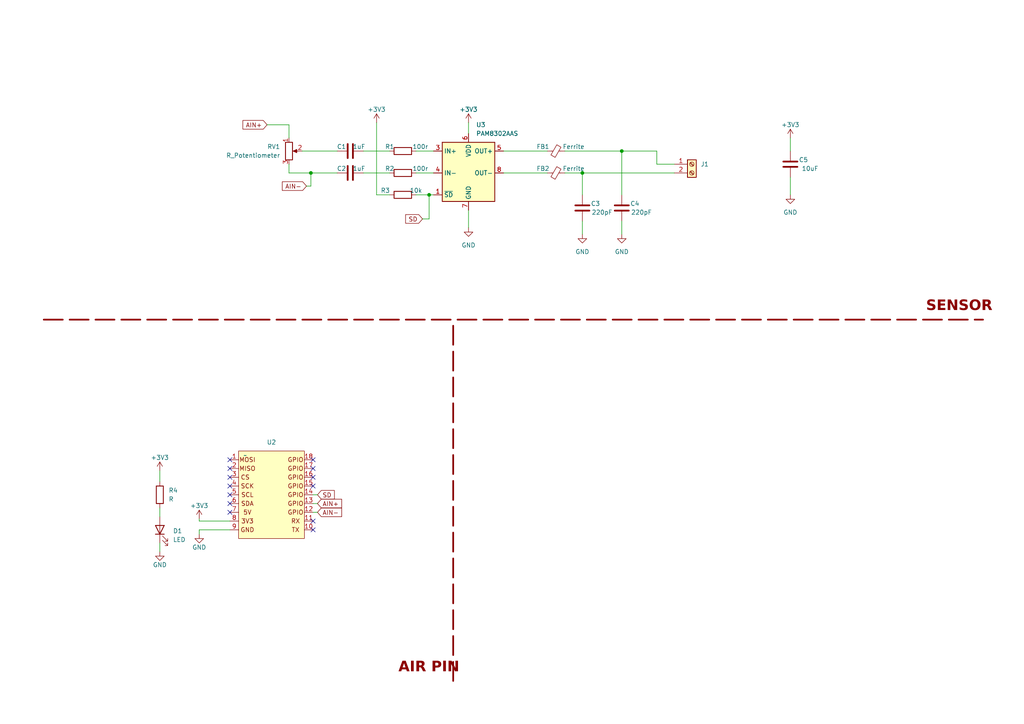
<source format=kicad_sch>
(kicad_sch (version 20230121) (generator eeschema)

  (uuid 33c64bc1-bc4a-4a7a-925d-e306a1dc53cc)

  (paper "A4")

  (lib_symbols
    (symbol "Amplifier_Audio:PAM8302AAS" (in_bom yes) (on_board yes)
      (property "Reference" "U3" (at 2.1941 12.7 0)
        (effects (font (size 1.27 1.27)) (justify left))
      )
      (property "Value" "PAM8302AAS" (at 2.1941 10.16 0)
        (effects (font (size 1.27 1.27)) (justify left))
      )
      (property "Footprint" "Package_SO:MSOP-8_3x3mm_P0.65mm" (at 0 -1.27 0)
        (effects (font (size 1.27 1.27)) hide)
      )
      (property "Datasheet" "https://www.diodes.com/assets/Datasheets/PAM8302A.pdf" (at 0 -1.27 0)
        (effects (font (size 1.27 1.27)) hide)
      )
      (property "ki_keywords" "audio amplifier class d" (at 0 0 0)
        (effects (font (size 1.27 1.27)) hide)
      )
      (property "ki_description" "2.5W Filterless Class-D Mono Audio Amplifier, MSOP-8" (at 0 0 0)
        (effects (font (size 1.27 1.27)) hide)
      )
      (property "ki_fp_filters" "MSOP*3x3mm*P0.65mm* SOIC*3.9x4.9mm*P1.27mm*" (at 0 0 0)
        (effects (font (size 1.27 1.27)) hide)
      )
      (symbol "PAM8302AAS_0_1"
        (rectangle (start -7.62 7.62) (end 7.62 -9.525)
          (stroke (width 0.254) (type default))
          (fill (type background))
        )
      )
      (symbol "PAM8302AAS_1_1"
        (pin input line (at -10.16 -7.62 0) (length 2.54)
          (name "~{SD}" (effects (font (size 1.27 1.27))))
          (number "1" (effects (font (size 1.27 1.27))))
        )
        (pin no_connect line (at 7.62 -5.08 180) (length 2.54) hide
          (name "NC" (effects (font (size 1.27 1.27))))
          (number "2" (effects (font (size 1.27 1.27))))
        )
        (pin input line (at -10.16 5.08 0) (length 2.54)
          (name "IN+" (effects (font (size 1.27 1.27))))
          (number "3" (effects (font (size 1.27 1.27))))
        )
        (pin input line (at -10.16 -1.27 0) (length 2.54)
          (name "IN-" (effects (font (size 1.27 1.27))))
          (number "4" (effects (font (size 1.27 1.27))))
        )
        (pin output line (at 10.16 5.08 180) (length 2.54)
          (name "OUT+" (effects (font (size 1.27 1.27))))
          (number "5" (effects (font (size 1.27 1.27))))
        )
        (pin power_in line (at 0 10.16 270) (length 2.54)
          (name "VDD" (effects (font (size 1.27 1.27))))
          (number "6" (effects (font (size 1.27 1.27))))
        )
        (pin power_in line (at 0 -12.065 90) (length 2.54)
          (name "GND" (effects (font (size 1.27 1.27))))
          (number "7" (effects (font (size 1.27 1.27))))
        )
        (pin output line (at 10.16 -1.27 180) (length 2.54)
          (name "OUT-" (effects (font (size 1.27 1.27))))
          (number "8" (effects (font (size 1.27 1.27))))
        )
      )
    )
    (symbol "Connector:Screw_Terminal_01x02" (pin_names (offset 1.016) hide) (in_bom yes) (on_board yes)
      (property "Reference" "J" (at 0 2.54 0)
        (effects (font (size 1.27 1.27)))
      )
      (property "Value" "Screw_Terminal_01x02" (at 0 -5.08 0)
        (effects (font (size 1.27 1.27)))
      )
      (property "Footprint" "" (at 0 0 0)
        (effects (font (size 1.27 1.27)) hide)
      )
      (property "Datasheet" "~" (at 0 0 0)
        (effects (font (size 1.27 1.27)) hide)
      )
      (property "ki_keywords" "screw terminal" (at 0 0 0)
        (effects (font (size 1.27 1.27)) hide)
      )
      (property "ki_description" "Generic screw terminal, single row, 01x02, script generated (kicad-library-utils/schlib/autogen/connector/)" (at 0 0 0)
        (effects (font (size 1.27 1.27)) hide)
      )
      (property "ki_fp_filters" "TerminalBlock*:*" (at 0 0 0)
        (effects (font (size 1.27 1.27)) hide)
      )
      (symbol "Screw_Terminal_01x02_1_1"
        (rectangle (start -1.27 1.27) (end 1.27 -3.81)
          (stroke (width 0.254) (type default))
          (fill (type background))
        )
        (circle (center 0 -2.54) (radius 0.635)
          (stroke (width 0.1524) (type default))
          (fill (type none))
        )
        (polyline
          (pts
            (xy -0.5334 -2.2098)
            (xy 0.3302 -3.048)
          )
          (stroke (width 0.1524) (type default))
          (fill (type none))
        )
        (polyline
          (pts
            (xy -0.5334 0.3302)
            (xy 0.3302 -0.508)
          )
          (stroke (width 0.1524) (type default))
          (fill (type none))
        )
        (polyline
          (pts
            (xy -0.3556 -2.032)
            (xy 0.508 -2.8702)
          )
          (stroke (width 0.1524) (type default))
          (fill (type none))
        )
        (polyline
          (pts
            (xy -0.3556 0.508)
            (xy 0.508 -0.3302)
          )
          (stroke (width 0.1524) (type default))
          (fill (type none))
        )
        (circle (center 0 0) (radius 0.635)
          (stroke (width 0.1524) (type default))
          (fill (type none))
        )
        (pin passive line (at -5.08 0 0) (length 3.81)
          (name "Pin_1" (effects (font (size 1.27 1.27))))
          (number "1" (effects (font (size 1.27 1.27))))
        )
        (pin passive line (at -5.08 -2.54 0) (length 3.81)
          (name "Pin_2" (effects (font (size 1.27 1.27))))
          (number "2" (effects (font (size 1.27 1.27))))
        )
      )
    )
    (symbol "Device:C" (pin_numbers hide) (pin_names (offset 0.254)) (in_bom yes) (on_board yes)
      (property "Reference" "C" (at 0.635 2.54 0)
        (effects (font (size 1.27 1.27)) (justify left))
      )
      (property "Value" "C" (at 0.635 -2.54 0)
        (effects (font (size 1.27 1.27)) (justify left))
      )
      (property "Footprint" "" (at 0.9652 -3.81 0)
        (effects (font (size 1.27 1.27)) hide)
      )
      (property "Datasheet" "~" (at 0 0 0)
        (effects (font (size 1.27 1.27)) hide)
      )
      (property "ki_keywords" "cap capacitor" (at 0 0 0)
        (effects (font (size 1.27 1.27)) hide)
      )
      (property "ki_description" "Unpolarized capacitor" (at 0 0 0)
        (effects (font (size 1.27 1.27)) hide)
      )
      (property "ki_fp_filters" "C_*" (at 0 0 0)
        (effects (font (size 1.27 1.27)) hide)
      )
      (symbol "C_0_1"
        (polyline
          (pts
            (xy -2.032 -0.762)
            (xy 2.032 -0.762)
          )
          (stroke (width 0.508) (type default))
          (fill (type none))
        )
        (polyline
          (pts
            (xy -2.032 0.762)
            (xy 2.032 0.762)
          )
          (stroke (width 0.508) (type default))
          (fill (type none))
        )
      )
      (symbol "C_1_1"
        (pin passive line (at 0 3.81 270) (length 2.794)
          (name "~" (effects (font (size 1.27 1.27))))
          (number "1" (effects (font (size 1.27 1.27))))
        )
        (pin passive line (at 0 -3.81 90) (length 2.794)
          (name "~" (effects (font (size 1.27 1.27))))
          (number "2" (effects (font (size 1.27 1.27))))
        )
      )
    )
    (symbol "Device:FerriteBead_Small" (pin_numbers hide) (pin_names (offset 0)) (in_bom yes) (on_board yes)
      (property "Reference" "FB" (at 1.905 1.27 0)
        (effects (font (size 1.27 1.27)) (justify left))
      )
      (property "Value" "FerriteBead_Small" (at 1.905 -1.27 0)
        (effects (font (size 1.27 1.27)) (justify left))
      )
      (property "Footprint" "" (at -1.778 0 90)
        (effects (font (size 1.27 1.27)) hide)
      )
      (property "Datasheet" "~" (at 0 0 0)
        (effects (font (size 1.27 1.27)) hide)
      )
      (property "ki_keywords" "L ferrite bead inductor filter" (at 0 0 0)
        (effects (font (size 1.27 1.27)) hide)
      )
      (property "ki_description" "Ferrite bead, small symbol" (at 0 0 0)
        (effects (font (size 1.27 1.27)) hide)
      )
      (property "ki_fp_filters" "Inductor_* L_* *Ferrite*" (at 0 0 0)
        (effects (font (size 1.27 1.27)) hide)
      )
      (symbol "FerriteBead_Small_0_1"
        (polyline
          (pts
            (xy 0 -1.27)
            (xy 0 -0.7874)
          )
          (stroke (width 0) (type default))
          (fill (type none))
        )
        (polyline
          (pts
            (xy 0 0.889)
            (xy 0 1.2954)
          )
          (stroke (width 0) (type default))
          (fill (type none))
        )
        (polyline
          (pts
            (xy -1.8288 0.2794)
            (xy -1.1176 1.4986)
            (xy 1.8288 -0.2032)
            (xy 1.1176 -1.4224)
            (xy -1.8288 0.2794)
          )
          (stroke (width 0) (type default))
          (fill (type none))
        )
      )
      (symbol "FerriteBead_Small_1_1"
        (pin passive line (at 0 2.54 270) (length 1.27)
          (name "~" (effects (font (size 1.27 1.27))))
          (number "1" (effects (font (size 1.27 1.27))))
        )
        (pin passive line (at 0 -2.54 90) (length 1.27)
          (name "~" (effects (font (size 1.27 1.27))))
          (number "2" (effects (font (size 1.27 1.27))))
        )
      )
    )
    (symbol "Device:LED" (pin_numbers hide) (pin_names (offset 1.016) hide) (in_bom yes) (on_board yes)
      (property "Reference" "D" (at 0 2.54 0)
        (effects (font (size 1.27 1.27)))
      )
      (property "Value" "LED" (at 0 -2.54 0)
        (effects (font (size 1.27 1.27)))
      )
      (property "Footprint" "" (at 0 0 0)
        (effects (font (size 1.27 1.27)) hide)
      )
      (property "Datasheet" "~" (at 0 0 0)
        (effects (font (size 1.27 1.27)) hide)
      )
      (property "ki_keywords" "LED diode" (at 0 0 0)
        (effects (font (size 1.27 1.27)) hide)
      )
      (property "ki_description" "Light emitting diode" (at 0 0 0)
        (effects (font (size 1.27 1.27)) hide)
      )
      (property "ki_fp_filters" "LED* LED_SMD:* LED_THT:*" (at 0 0 0)
        (effects (font (size 1.27 1.27)) hide)
      )
      (symbol "LED_0_1"
        (polyline
          (pts
            (xy -1.27 -1.27)
            (xy -1.27 1.27)
          )
          (stroke (width 0.254) (type default))
          (fill (type none))
        )
        (polyline
          (pts
            (xy -1.27 0)
            (xy 1.27 0)
          )
          (stroke (width 0) (type default))
          (fill (type none))
        )
        (polyline
          (pts
            (xy 1.27 -1.27)
            (xy 1.27 1.27)
            (xy -1.27 0)
            (xy 1.27 -1.27)
          )
          (stroke (width 0.254) (type default))
          (fill (type none))
        )
        (polyline
          (pts
            (xy -3.048 -0.762)
            (xy -4.572 -2.286)
            (xy -3.81 -2.286)
            (xy -4.572 -2.286)
            (xy -4.572 -1.524)
          )
          (stroke (width 0) (type default))
          (fill (type none))
        )
        (polyline
          (pts
            (xy -1.778 -0.762)
            (xy -3.302 -2.286)
            (xy -2.54 -2.286)
            (xy -3.302 -2.286)
            (xy -3.302 -1.524)
          )
          (stroke (width 0) (type default))
          (fill (type none))
        )
      )
      (symbol "LED_1_1"
        (pin passive line (at -3.81 0 0) (length 2.54)
          (name "K" (effects (font (size 1.27 1.27))))
          (number "1" (effects (font (size 1.27 1.27))))
        )
        (pin passive line (at 3.81 0 180) (length 2.54)
          (name "A" (effects (font (size 1.27 1.27))))
          (number "2" (effects (font (size 1.27 1.27))))
        )
      )
    )
    (symbol "Device:R" (pin_numbers hide) (pin_names (offset 0)) (in_bom yes) (on_board yes)
      (property "Reference" "R" (at 2.032 0 90)
        (effects (font (size 1.27 1.27)))
      )
      (property "Value" "R" (at 0 0 90)
        (effects (font (size 1.27 1.27)))
      )
      (property "Footprint" "" (at -1.778 0 90)
        (effects (font (size 1.27 1.27)) hide)
      )
      (property "Datasheet" "~" (at 0 0 0)
        (effects (font (size 1.27 1.27)) hide)
      )
      (property "ki_keywords" "R res resistor" (at 0 0 0)
        (effects (font (size 1.27 1.27)) hide)
      )
      (property "ki_description" "Resistor" (at 0 0 0)
        (effects (font (size 1.27 1.27)) hide)
      )
      (property "ki_fp_filters" "R_*" (at 0 0 0)
        (effects (font (size 1.27 1.27)) hide)
      )
      (symbol "R_0_1"
        (rectangle (start -1.016 -2.54) (end 1.016 2.54)
          (stroke (width 0.254) (type default))
          (fill (type none))
        )
      )
      (symbol "R_1_1"
        (pin passive line (at 0 3.81 270) (length 1.27)
          (name "~" (effects (font (size 1.27 1.27))))
          (number "1" (effects (font (size 1.27 1.27))))
        )
        (pin passive line (at 0 -3.81 90) (length 1.27)
          (name "~" (effects (font (size 1.27 1.27))))
          (number "2" (effects (font (size 1.27 1.27))))
        )
      )
    )
    (symbol "Device:R_Potentiometer" (pin_names (offset 1.016) hide) (in_bom yes) (on_board yes)
      (property "Reference" "RV" (at -4.445 0 90)
        (effects (font (size 1.27 1.27)))
      )
      (property "Value" "R_Potentiometer" (at -2.54 0 90)
        (effects (font (size 1.27 1.27)))
      )
      (property "Footprint" "" (at 0 0 0)
        (effects (font (size 1.27 1.27)) hide)
      )
      (property "Datasheet" "~" (at 0 0 0)
        (effects (font (size 1.27 1.27)) hide)
      )
      (property "ki_keywords" "resistor variable" (at 0 0 0)
        (effects (font (size 1.27 1.27)) hide)
      )
      (property "ki_description" "Potentiometer" (at 0 0 0)
        (effects (font (size 1.27 1.27)) hide)
      )
      (property "ki_fp_filters" "Potentiometer*" (at 0 0 0)
        (effects (font (size 1.27 1.27)) hide)
      )
      (symbol "R_Potentiometer_0_1"
        (polyline
          (pts
            (xy 2.54 0)
            (xy 1.524 0)
          )
          (stroke (width 0) (type default))
          (fill (type none))
        )
        (polyline
          (pts
            (xy 1.143 0)
            (xy 2.286 0.508)
            (xy 2.286 -0.508)
            (xy 1.143 0)
          )
          (stroke (width 0) (type default))
          (fill (type outline))
        )
        (rectangle (start 1.016 2.54) (end -1.016 -2.54)
          (stroke (width 0.254) (type default))
          (fill (type none))
        )
      )
      (symbol "R_Potentiometer_1_1"
        (pin passive line (at 0 3.81 270) (length 1.27)
          (name "1" (effects (font (size 1.27 1.27))))
          (number "1" (effects (font (size 1.27 1.27))))
        )
        (pin passive line (at 3.81 0 180) (length 1.27)
          (name "2" (effects (font (size 1.27 1.27))))
          (number "2" (effects (font (size 1.27 1.27))))
        )
        (pin passive line (at 0 -3.81 90) (length 1.27)
          (name "3" (effects (font (size 1.27 1.27))))
          (number "3" (effects (font (size 1.27 1.27))))
        )
      )
    )
    (symbol "moduler_pin:air" (in_bom yes) (on_board yes)
      (property "Reference" "U" (at 7.62 2.54 0)
        (effects (font (size 1.27 1.27)))
      )
      (property "Value" "" (at 0 0 0)
        (effects (font (size 1.27 1.27)))
      )
      (property "Footprint" "" (at 0 0 0)
        (effects (font (size 1.27 1.27)) hide)
      )
      (property "Datasheet" "" (at 0 0 0)
        (effects (font (size 1.27 1.27)) hide)
      )
      (symbol "air_1_1"
        (rectangle (start -1.905 1.27) (end 17.145 -24.13)
          (stroke (width 0) (type default))
          (fill (type background))
        )
        (text "3V3" (at 0.635 -19.05 0)
          (effects (font (size 1.27 1.27)))
        )
        (text "5V" (at 0.635 -16.51 0)
          (effects (font (size 1.27 1.27)))
        )
        (text "CS" (at 0 -6.35 0)
          (effects (font (size 1.27 1.27)))
        )
        (text "GND" (at 0.635 -21.59 0)
          (effects (font (size 1.27 1.27)))
        )
        (text "GPIO" (at 14.605 -16.51 0)
          (effects (font (size 1.27 1.27)))
        )
        (text "GPIO" (at 14.605 -13.97 0)
          (effects (font (size 1.27 1.27)))
        )
        (text "GPIO" (at 14.605 -11.43 0)
          (effects (font (size 1.27 1.27)))
        )
        (text "GPIO" (at 14.605 -8.89 0)
          (effects (font (size 1.27 1.27)))
        )
        (text "GPIO" (at 14.605 -6.35 0)
          (effects (font (size 1.27 1.27)))
        )
        (text "GPIO" (at 14.605 -3.81 0)
          (effects (font (size 1.27 1.27)))
        )
        (text "GPIO" (at 14.605 -1.27 0)
          (effects (font (size 1.27 1.27)))
        )
        (text "MISO" (at 0.635 -3.81 0)
          (effects (font (size 1.27 1.27)))
        )
        (text "MOSI" (at 0.635 -1.27 0)
          (effects (font (size 1.27 1.27)))
        )
        (text "RX" (at 14.605 -19.05 0)
          (effects (font (size 1.27 1.27)))
        )
        (text "SCK" (at 0.635 -8.89 0)
          (effects (font (size 1.27 1.27)))
        )
        (text "SCL" (at 0.635 -11.43 0)
          (effects (font (size 1.27 1.27)))
        )
        (text "SDA" (at 0.635 -13.97 0)
          (effects (font (size 1.27 1.27)))
        )
        (text "TX" (at 14.605 -21.59 0)
          (effects (font (size 1.27 1.27)))
        )
        (pin input line (at -4.445 -1.27 0) (length 2.54)
          (name "" (effects (font (size 1.27 1.27))))
          (number "1" (effects (font (size 1.27 1.27))))
        )
        (pin input line (at 19.685 -21.59 180) (length 2.54)
          (name "" (effects (font (size 1.27 1.27))))
          (number "10" (effects (font (size 1.27 1.27))))
        )
        (pin input line (at 19.685 -19.05 180) (length 2.54)
          (name "" (effects (font (size 1.27 1.27))))
          (number "11" (effects (font (size 1.27 1.27))))
        )
        (pin input line (at 19.685 -16.51 180) (length 2.54)
          (name "" (effects (font (size 1.27 1.27))))
          (number "12" (effects (font (size 1.27 1.27))))
        )
        (pin input line (at 19.685 -13.97 180) (length 2.54)
          (name "" (effects (font (size 1.27 1.27))))
          (number "13" (effects (font (size 1.27 1.27))))
        )
        (pin input line (at 19.685 -11.43 180) (length 2.54)
          (name "" (effects (font (size 1.27 1.27))))
          (number "14" (effects (font (size 1.27 1.27))))
        )
        (pin input line (at 19.685 -8.89 180) (length 2.54)
          (name "" (effects (font (size 1.27 1.27))))
          (number "15" (effects (font (size 1.27 1.27))))
        )
        (pin input line (at 19.685 -6.35 180) (length 2.54)
          (name "" (effects (font (size 1.27 1.27))))
          (number "16" (effects (font (size 1.27 1.27))))
        )
        (pin input line (at 19.685 -3.81 180) (length 2.54)
          (name "" (effects (font (size 1.27 1.27))))
          (number "17" (effects (font (size 1.27 1.27))))
        )
        (pin input line (at 19.685 -1.27 180) (length 2.54)
          (name "" (effects (font (size 1.27 1.27))))
          (number "18" (effects (font (size 1.27 1.27))))
        )
        (pin input line (at -4.445 -3.81 0) (length 2.54)
          (name "" (effects (font (size 1.27 1.27))))
          (number "2" (effects (font (size 1.27 1.27))))
        )
        (pin input line (at -4.445 -6.35 0) (length 2.54)
          (name "" (effects (font (size 1.27 1.27))))
          (number "3" (effects (font (size 1.27 1.27))))
        )
        (pin input line (at -4.445 -8.89 0) (length 2.54)
          (name "" (effects (font (size 1.27 1.27))))
          (number "4" (effects (font (size 1.27 1.27))))
        )
        (pin input line (at -4.445 -11.43 0) (length 2.54)
          (name "" (effects (font (size 1.27 1.27))))
          (number "5" (effects (font (size 1.27 1.27))))
        )
        (pin input line (at -4.445 -13.97 0) (length 2.54)
          (name "" (effects (font (size 1.27 1.27))))
          (number "6" (effects (font (size 1.27 1.27))))
        )
        (pin input line (at -4.445 -16.51 0) (length 2.54)
          (name "" (effects (font (size 1.27 1.27))))
          (number "7" (effects (font (size 1.27 1.27))))
        )
        (pin input line (at -4.445 -19.05 0) (length 2.54)
          (name "" (effects (font (size 1.27 1.27))))
          (number "8" (effects (font (size 1.27 1.27))))
        )
        (pin input line (at -4.445 -21.59 0) (length 2.54)
          (name "" (effects (font (size 1.27 1.27))))
          (number "9" (effects (font (size 1.27 1.27))))
        )
      )
    )
    (symbol "power:+3V3" (power) (pin_names (offset 0)) (in_bom yes) (on_board yes)
      (property "Reference" "#PWR" (at 0 -3.81 0)
        (effects (font (size 1.27 1.27)) hide)
      )
      (property "Value" "+3V3" (at 0 3.556 0)
        (effects (font (size 1.27 1.27)))
      )
      (property "Footprint" "" (at 0 0 0)
        (effects (font (size 1.27 1.27)) hide)
      )
      (property "Datasheet" "" (at 0 0 0)
        (effects (font (size 1.27 1.27)) hide)
      )
      (property "ki_keywords" "global power" (at 0 0 0)
        (effects (font (size 1.27 1.27)) hide)
      )
      (property "ki_description" "Power symbol creates a global label with name \"+3V3\"" (at 0 0 0)
        (effects (font (size 1.27 1.27)) hide)
      )
      (symbol "+3V3_0_1"
        (polyline
          (pts
            (xy -0.762 1.27)
            (xy 0 2.54)
          )
          (stroke (width 0) (type default))
          (fill (type none))
        )
        (polyline
          (pts
            (xy 0 0)
            (xy 0 2.54)
          )
          (stroke (width 0) (type default))
          (fill (type none))
        )
        (polyline
          (pts
            (xy 0 2.54)
            (xy 0.762 1.27)
          )
          (stroke (width 0) (type default))
          (fill (type none))
        )
      )
      (symbol "+3V3_1_1"
        (pin power_in line (at 0 0 90) (length 0) hide
          (name "+3V3" (effects (font (size 1.27 1.27))))
          (number "1" (effects (font (size 1.27 1.27))))
        )
      )
    )
    (symbol "power:GND" (power) (pin_names (offset 0)) (in_bom yes) (on_board yes)
      (property "Reference" "#PWR" (at 0 -6.35 0)
        (effects (font (size 1.27 1.27)) hide)
      )
      (property "Value" "GND" (at 0 -3.81 0)
        (effects (font (size 1.27 1.27)))
      )
      (property "Footprint" "" (at 0 0 0)
        (effects (font (size 1.27 1.27)) hide)
      )
      (property "Datasheet" "" (at 0 0 0)
        (effects (font (size 1.27 1.27)) hide)
      )
      (property "ki_keywords" "global power" (at 0 0 0)
        (effects (font (size 1.27 1.27)) hide)
      )
      (property "ki_description" "Power symbol creates a global label with name \"GND\" , ground" (at 0 0 0)
        (effects (font (size 1.27 1.27)) hide)
      )
      (symbol "GND_0_1"
        (polyline
          (pts
            (xy 0 0)
            (xy 0 -1.27)
            (xy 1.27 -1.27)
            (xy 0 -2.54)
            (xy -1.27 -1.27)
            (xy 0 -1.27)
          )
          (stroke (width 0) (type default))
          (fill (type none))
        )
      )
      (symbol "GND_1_1"
        (pin power_in line (at 0 0 270) (length 0) hide
          (name "GND" (effects (font (size 1.27 1.27))))
          (number "1" (effects (font (size 1.27 1.27))))
        )
      )
    )
  )

  (junction (at 124.46 56.515) (diameter 0) (color 0 0 0 0)
    (uuid 4d2b1cd3-cbbd-4501-a8f2-d9838439a50a)
  )
  (junction (at 180.34 43.815) (diameter 0) (color 0 0 0 0)
    (uuid cbe1a244-b409-4250-ac4b-d09f9f1020fd)
  )
  (junction (at 168.91 50.165) (diameter 0) (color 0 0 0 0)
    (uuid d32cf12d-79ca-4af9-874e-0a6e473c2a19)
  )
  (junction (at 90.17 50.165) (diameter 0) (color 0 0 0 0)
    (uuid d4995a0f-b543-4814-bea7-bc14d6e6023e)
  )

  (no_connect (at 90.805 135.89) (uuid 05367374-f810-4dfa-b3c7-b5b5c94861f4))
  (no_connect (at 90.805 133.35) (uuid 19d7910f-ca6d-47ad-83d4-a3d4af6e333d))
  (no_connect (at 66.675 133.35) (uuid 2b61cbc6-691a-4403-a837-75bf5b71ef13))
  (no_connect (at 66.675 140.97) (uuid 3dcd8cce-08ca-47fa-84f0-ecda03829267))
  (no_connect (at 90.805 151.13) (uuid 5997a3f8-5502-45e8-904f-6a0b0336b8f4))
  (no_connect (at 66.675 143.51) (uuid 7d056e89-fdaa-4dec-825f-c8ff963fc01b))
  (no_connect (at 66.675 146.05) (uuid 9f4ed431-56f1-4fc8-9375-f2acc5ff8e2d))
  (no_connect (at 66.675 148.59) (uuid b1cb5447-d807-4675-ba1b-296407441f20))
  (no_connect (at 90.805 153.67) (uuid caef0110-c9f3-4c83-808d-fedf5565fa0a))
  (no_connect (at 90.805 138.43) (uuid cd38b9fc-4a11-4689-912f-922c4a77a31d))
  (no_connect (at 66.675 135.89) (uuid ebeb7a7b-1847-4c9d-82d0-442387de6917))
  (no_connect (at 66.675 138.43) (uuid f03ab68c-544b-4c29-8a04-8bf393ed913f))
  (no_connect (at 90.805 140.97) (uuid fee8d978-88e0-4cfa-a080-37858a56280a))

  (wire (pts (xy 120.65 50.165) (xy 125.73 50.165))
    (stroke (width 0) (type default))
    (uuid 02f4b588-be95-4e0a-b69f-8ade5da840cb)
  )
  (wire (pts (xy 57.785 153.67) (xy 66.675 153.67))
    (stroke (width 0) (type default))
    (uuid 11989ff2-68cf-43af-936f-0033a81ec64a)
  )
  (wire (pts (xy 146.05 50.165) (xy 158.75 50.165))
    (stroke (width 0) (type default))
    (uuid 18d29fd5-f43c-43c3-979a-4012a9ba448b)
  )
  (wire (pts (xy 120.65 43.815) (xy 125.73 43.815))
    (stroke (width 0) (type default))
    (uuid 194d58b9-661f-4cdb-98ca-2397c52a634f)
  )
  (wire (pts (xy 87.63 43.815) (xy 97.79 43.815))
    (stroke (width 0) (type default))
    (uuid 1bf7b58a-2c68-45aa-8674-2112b6aa66d4)
  )
  (wire (pts (xy 229.235 56.515) (xy 229.235 51.435))
    (stroke (width 0) (type default))
    (uuid 1f116a92-6771-4547-b635-3043c3a183bc)
  )
  (wire (pts (xy 180.34 64.135) (xy 180.34 67.945))
    (stroke (width 0) (type default))
    (uuid 1fccd82e-2b29-46fc-9158-ce61c0d718c4)
  )
  (wire (pts (xy 46.355 149.86) (xy 46.355 147.32))
    (stroke (width 0) (type default))
    (uuid 24abd791-bc5b-4168-8ee1-99e6ca30f004)
  )
  (wire (pts (xy 180.34 43.815) (xy 190.5 43.815))
    (stroke (width 0) (type default))
    (uuid 2a57c211-e02a-43c6-b777-690818672143)
  )
  (wire (pts (xy 90.17 50.165) (xy 97.79 50.165))
    (stroke (width 0) (type default))
    (uuid 30d5b868-b94f-4a0c-b9ff-46f81cdbf707)
  )
  (wire (pts (xy 122.555 63.5) (xy 124.46 63.5))
    (stroke (width 0) (type default))
    (uuid 374b9da0-8778-49a4-8c36-c780c559ddff)
  )
  (wire (pts (xy 190.5 43.815) (xy 190.5 47.625))
    (stroke (width 0) (type default))
    (uuid 3b4d6d71-ee19-428f-aefd-b16a21b9bda2)
  )
  (wire (pts (xy 105.41 50.165) (xy 113.03 50.165))
    (stroke (width 0) (type default))
    (uuid 3e532a1b-251b-4b63-9b03-f1cee9f543ef)
  )
  (wire (pts (xy 124.46 63.5) (xy 124.46 56.515))
    (stroke (width 0) (type default))
    (uuid 45837e82-f04a-4e48-8dfc-378250f4e1ba)
  )
  (wire (pts (xy 146.05 43.815) (xy 158.75 43.815))
    (stroke (width 0) (type default))
    (uuid 55c8a562-2b29-4f49-88c6-a6e2a0af99f3)
  )
  (wire (pts (xy 113.03 56.515) (xy 109.22 56.515))
    (stroke (width 0) (type default))
    (uuid 55d096f4-7baa-4ad6-a2a5-be83fd1b08f6)
  )
  (wire (pts (xy 105.41 43.815) (xy 113.03 43.815))
    (stroke (width 0) (type default))
    (uuid 55e6281b-e28a-4a4b-bd81-7b8830f54d12)
  )
  (wire (pts (xy 92.075 146.05) (xy 90.805 146.05))
    (stroke (width 0) (type default))
    (uuid 5eae4a44-7556-4d17-975b-df485b5037e2)
  )
  (wire (pts (xy 92.075 148.59) (xy 90.805 148.59))
    (stroke (width 0) (type default))
    (uuid 622d7c9f-66f7-43cd-a67c-1dfce64af0d4)
  )
  (wire (pts (xy 120.65 56.515) (xy 124.46 56.515))
    (stroke (width 0) (type default))
    (uuid 6f2f63f6-b20a-4383-842f-455d330840a1)
  )
  (wire (pts (xy 163.83 50.165) (xy 168.91 50.165))
    (stroke (width 0) (type default))
    (uuid 75f03b69-f7a9-4dd5-b27d-bc1bf7e5669d)
  )
  (wire (pts (xy 77.47 36.195) (xy 83.82 36.195))
    (stroke (width 0) (type default))
    (uuid 7911cd02-cd78-4ad9-8429-e89d94d104df)
  )
  (polyline (pts (xy 12.7 92.71) (xy 285.115 92.71))
    (stroke (width 0.5) (type dash) (color 132 0 0 1))
    (uuid 7ccd2499-d7ca-4a84-a03d-c7bd784eaa7f)
  )

  (wire (pts (xy 124.46 56.515) (xy 125.73 56.515))
    (stroke (width 0) (type default))
    (uuid 7db8fae9-9b90-4d88-8c3d-a25cfaf730b7)
  )
  (wire (pts (xy 83.82 47.625) (xy 83.82 50.165))
    (stroke (width 0) (type default))
    (uuid 7e2f25af-7855-4731-9f92-9fc543b0d4eb)
  )
  (wire (pts (xy 46.355 139.7) (xy 46.355 136.525))
    (stroke (width 0) (type default))
    (uuid 883a8f2f-20d8-4503-a43b-dd0aee528b01)
  )
  (wire (pts (xy 57.785 150.495) (xy 57.785 151.13))
    (stroke (width 0) (type default))
    (uuid 8a266c40-92c8-4602-99b8-ebf3c963ca2d)
  )
  (wire (pts (xy 135.89 35.56) (xy 135.89 38.735))
    (stroke (width 0) (type default))
    (uuid 9b5fd0b6-120e-4c35-84fd-5368e1c5b48e)
  )
  (wire (pts (xy 46.355 160.02) (xy 46.355 157.48))
    (stroke (width 0) (type default))
    (uuid 9cf2129a-cf22-46c8-85ed-4cda9eda7919)
  )
  (wire (pts (xy 109.22 35.56) (xy 109.22 56.515))
    (stroke (width 0) (type default))
    (uuid a1d8ee4d-ce6f-4436-89fd-f1569fe5a25b)
  )
  (wire (pts (xy 180.34 43.815) (xy 180.34 56.515))
    (stroke (width 0) (type default))
    (uuid a78fa8aa-ccb6-48ce-9bbe-056641ad5065)
  )
  (wire (pts (xy 90.17 53.975) (xy 88.9 53.975))
    (stroke (width 0) (type default))
    (uuid ae2b3aac-9758-43b2-b7ea-fa5bd10583e4)
  )
  (wire (pts (xy 168.91 50.165) (xy 195.58 50.165))
    (stroke (width 0) (type default))
    (uuid bd004d77-a6d1-4b14-9228-d57e73ad8f08)
  )
  (wire (pts (xy 229.235 43.815) (xy 229.235 40.005))
    (stroke (width 0) (type default))
    (uuid c0cd76f1-4fa1-4bb2-a10a-eb088a23da93)
  )
  (wire (pts (xy 83.82 36.195) (xy 83.82 40.005))
    (stroke (width 0) (type default))
    (uuid c1c8a9cd-9298-40e3-8293-a36dc259aec7)
  )
  (wire (pts (xy 90.17 50.165) (xy 90.17 53.975))
    (stroke (width 0) (type default))
    (uuid c7763e5d-7f3d-4c29-b27d-a2bdc6dd981a)
  )
  (wire (pts (xy 83.82 50.165) (xy 90.17 50.165))
    (stroke (width 0) (type default))
    (uuid ce01a304-a3a8-4758-8704-1e4744bf0821)
  )
  (wire (pts (xy 57.785 151.13) (xy 66.675 151.13))
    (stroke (width 0) (type default))
    (uuid db24492e-c33e-473c-94b5-90e94b234746)
  )
  (wire (pts (xy 190.5 47.625) (xy 195.58 47.625))
    (stroke (width 0) (type default))
    (uuid e09f3e17-8b79-43e4-9f7f-e567aef66f58)
  )
  (wire (pts (xy 57.785 154.94) (xy 57.785 153.67))
    (stroke (width 0) (type default))
    (uuid e2fa7fc5-a448-4c7d-b840-cfa57c7b598b)
  )
  (wire (pts (xy 163.83 43.815) (xy 180.34 43.815))
    (stroke (width 0) (type default))
    (uuid e39c6e39-3655-45e6-b4a8-c7928333246e)
  )
  (wire (pts (xy 168.91 50.165) (xy 168.91 56.515))
    (stroke (width 0) (type default))
    (uuid e8c7c0c2-cf3b-4069-af9b-1ecfb60a9f8d)
  )
  (polyline (pts (xy 131.445 197.485) (xy 131.445 92.71))
    (stroke (width 0.5) (type dash) (color 132 0 0 1))
    (uuid e97742c3-e851-463b-86a7-05e01085e173)
  )

  (wire (pts (xy 135.89 60.96) (xy 135.89 66.04))
    (stroke (width 0) (type default))
    (uuid ec9ac40e-77cc-4334-894b-46d3c27c9b4c)
  )
  (wire (pts (xy 92.075 143.51) (xy 90.805 143.51))
    (stroke (width 0) (type default))
    (uuid fe70fa28-c615-4c34-a5ac-7112f8934c2c)
  )
  (wire (pts (xy 168.91 64.135) (xy 168.91 67.945))
    (stroke (width 0) (type default))
    (uuid feabe91b-48fb-4563-a6ca-1f93a3911304)
  )

  (text "AIR PIN\n" (at 115.57 196.215 0)
    (effects (font (face "Calibri") (size 3 3) (thickness 0.6) bold (color 132 0 0 1)) (justify left bottom))
    (uuid 13870837-0439-4ddc-9eb3-fc466aa186a6)
  )
  (text "SENSOR" (at 268.605 91.44 0)
    (effects (font (face "Calibri") (size 3 3) (thickness 0.6) bold (color 132 0 0 1)) (justify left bottom))
    (uuid 60354284-bb35-4751-917a-4f613af63f9b)
  )

  (global_label "AIN+" (shape input) (at 77.47 36.195 180) (fields_autoplaced)
    (effects (font (size 1.27 1.27)) (justify right))
    (uuid 14e60a98-86cb-491a-8d26-e760b532b8f7)
    (property "Intersheetrefs" "${INTERSHEET_REFS}" (at 69.8885 36.195 0)
      (effects (font (size 1.27 1.27)) (justify right) hide)
    )
  )
  (global_label "SD" (shape input) (at 92.075 143.51 0) (fields_autoplaced)
    (effects (font (size 1.27 1.27)) (justify left))
    (uuid 85b94e64-7713-4b72-ac48-af356ee0bc12)
    (property "Intersheetrefs" "${INTERSHEET_REFS}" (at 97.5397 143.51 0)
      (effects (font (size 1.27 1.27)) (justify left) hide)
    )
  )
  (global_label "SD" (shape input) (at 122.555 63.5 180) (fields_autoplaced)
    (effects (font (size 1.27 1.27)) (justify right))
    (uuid 98dee31b-a0de-4150-990a-235f7f931490)
    (property "Intersheetrefs" "${INTERSHEET_REFS}" (at 117.1697 63.5 0)
      (effects (font (size 1.27 1.27)) (justify right) hide)
    )
  )
  (global_label "AIN-" (shape input) (at 88.9 53.975 180) (fields_autoplaced)
    (effects (font (size 1.27 1.27)) (justify right))
    (uuid baa0288a-b914-4262-8463-f3134b88b1bf)
    (property "Intersheetrefs" "${INTERSHEET_REFS}" (at 81.3185 53.975 0)
      (effects (font (size 1.27 1.27)) (justify right) hide)
    )
  )
  (global_label "AIN-" (shape input) (at 92.075 148.59 0) (fields_autoplaced)
    (effects (font (size 1.27 1.27)) (justify left))
    (uuid dbb358af-6edd-4af9-8f44-fa8042312605)
    (property "Intersheetrefs" "${INTERSHEET_REFS}" (at 99.6565 148.59 0)
      (effects (font (size 1.27 1.27)) (justify left) hide)
    )
  )
  (global_label "AIN+" (shape input) (at 92.075 146.05 0) (fields_autoplaced)
    (effects (font (size 1.27 1.27)) (justify left))
    (uuid ea8f4382-cccb-47fb-a440-2869c60d0a60)
    (property "Intersheetrefs" "${INTERSHEET_REFS}" (at 99.6565 146.05 0)
      (effects (font (size 1.27 1.27)) (justify left) hide)
    )
  )

  (symbol (lib_id "power:+3V3") (at 109.22 35.56 0) (unit 1)
    (in_bom yes) (on_board yes) (dnp no)
    (uuid 10af4dad-38dc-4990-ab77-b16b7b694933)
    (property "Reference" "#PWR02" (at 109.22 39.37 0)
      (effects (font (size 1.27 1.27)) hide)
    )
    (property "Value" "+3V3" (at 109.22 31.75 0)
      (effects (font (size 1.27 1.27)))
    )
    (property "Footprint" "" (at 109.22 35.56 0)
      (effects (font (size 1.27 1.27)) hide)
    )
    (property "Datasheet" "" (at 109.22 35.56 0)
      (effects (font (size 1.27 1.27)) hide)
    )
    (pin "1" (uuid c527b3d3-e0e1-49b7-b2a1-2ec634870cbd))
    (instances
      (project "0024_Speaker_Module_PAM8302"
        (path "/33c64bc1-bc4a-4a7a-925d-e306a1dc53cc"
          (reference "#PWR02") (unit 1)
        )
      )
    )
  )

  (symbol (lib_id "power:+3V3") (at 46.355 136.525 0) (unit 1)
    (in_bom yes) (on_board yes) (dnp no)
    (uuid 2e31dda9-fd04-44bd-b55d-89470d109e15)
    (property "Reference" "#PWR08" (at 46.355 140.335 0)
      (effects (font (size 1.27 1.27)) hide)
    )
    (property "Value" "+3V3" (at 46.355 132.715 0)
      (effects (font (size 1.27 1.27)))
    )
    (property "Footprint" "" (at 46.355 136.525 0)
      (effects (font (size 1.27 1.27)) hide)
    )
    (property "Datasheet" "" (at 46.355 136.525 0)
      (effects (font (size 1.27 1.27)) hide)
    )
    (pin "1" (uuid 135be61b-0a54-4d04-8963-a2ef806724a6))
    (instances
      (project "0024_Speaker_Module_PAM8302"
        (path "/33c64bc1-bc4a-4a7a-925d-e306a1dc53cc"
          (reference "#PWR08") (unit 1)
        )
      )
    )
  )

  (symbol (lib_id "Device:R") (at 46.355 143.51 0) (unit 1)
    (in_bom yes) (on_board yes) (dnp no) (fields_autoplaced)
    (uuid 35d754d0-1443-4942-ab7c-4f4ecb8ee053)
    (property "Reference" "R4" (at 48.895 142.24 0)
      (effects (font (size 1.27 1.27)) (justify left))
    )
    (property "Value" "R" (at 48.895 144.78 0)
      (effects (font (size 1.27 1.27)) (justify left))
    )
    (property "Footprint" "Resistor_SMD:R_0805_2012Metric" (at 44.577 143.51 90)
      (effects (font (size 1.27 1.27)) hide)
    )
    (property "Datasheet" "~" (at 46.355 143.51 0)
      (effects (font (size 1.27 1.27)) hide)
    )
    (pin "1" (uuid 86eac6ac-4929-4603-be20-4528d3bec7d1))
    (pin "2" (uuid 6ec67104-d813-42c8-965f-af61b359c05e))
    (instances
      (project "0024_Speaker_Module_PAM8302"
        (path "/33c64bc1-bc4a-4a7a-925d-e306a1dc53cc"
          (reference "R4") (unit 1)
        )
      )
    )
  )

  (symbol (lib_id "Device:LED") (at 46.355 153.67 90) (unit 1)
    (in_bom yes) (on_board yes) (dnp no) (fields_autoplaced)
    (uuid 4570da74-2a59-439f-b538-38dae3ef3c7e)
    (property "Reference" "D1" (at 50.165 153.9875 90)
      (effects (font (size 1.27 1.27)) (justify right))
    )
    (property "Value" "LED" (at 50.165 156.5275 90)
      (effects (font (size 1.27 1.27)) (justify right))
    )
    (property "Footprint" "LED_SMD:LED_0805_2012Metric" (at 46.355 153.67 0)
      (effects (font (size 1.27 1.27)) hide)
    )
    (property "Datasheet" "~" (at 46.355 153.67 0)
      (effects (font (size 1.27 1.27)) hide)
    )
    (pin "1" (uuid 3f070ab0-c195-4f69-8ec6-bb7870e91396))
    (pin "2" (uuid 3d495baf-7e86-420f-8375-a96115370d44))
    (instances
      (project "0024_Speaker_Module_PAM8302"
        (path "/33c64bc1-bc4a-4a7a-925d-e306a1dc53cc"
          (reference "D1") (unit 1)
        )
      )
    )
  )

  (symbol (lib_id "Device:C") (at 229.235 47.625 180) (unit 1)
    (in_bom yes) (on_board yes) (dnp no)
    (uuid 50a1c978-d2bd-4d78-9fce-e0b0d929f092)
    (property "Reference" "C5" (at 233.045 46.355 0)
      (effects (font (size 1.27 1.27)))
    )
    (property "Value" "10uF" (at 234.95 48.895 0)
      (effects (font (size 1.27 1.27)))
    )
    (property "Footprint" "Capacitor_SMD:C_0603_1608Metric" (at 228.2698 43.815 0)
      (effects (font (size 1.27 1.27)) hide)
    )
    (property "Datasheet" "~" (at 229.235 47.625 0)
      (effects (font (size 1.27 1.27)) hide)
    )
    (pin "1" (uuid 6c4b1f52-b20c-4c12-9fd9-39841a956ddb))
    (pin "2" (uuid 2a2cfe8e-73da-4c8d-bfd5-b34b31f7c92f))
    (instances
      (project "0024_Speaker_Module_PAM8302"
        (path "/33c64bc1-bc4a-4a7a-925d-e306a1dc53cc"
          (reference "C5") (unit 1)
        )
      )
    )
  )

  (symbol (lib_id "Device:R") (at 116.84 50.165 90) (unit 1)
    (in_bom yes) (on_board yes) (dnp no)
    (uuid 5d442e41-0fc7-4d58-a579-8d142aafde05)
    (property "Reference" "R2" (at 113.03 48.895 90)
      (effects (font (size 1.27 1.27)))
    )
    (property "Value" "100r" (at 121.92 48.895 90)
      (effects (font (size 1.27 1.27)))
    )
    (property "Footprint" "Resistor_SMD:R_0805_2012Metric" (at 116.84 51.943 90)
      (effects (font (size 1.27 1.27)) hide)
    )
    (property "Datasheet" "~" (at 116.84 50.165 0)
      (effects (font (size 1.27 1.27)) hide)
    )
    (pin "1" (uuid 556fcef6-78c7-4518-8599-96fea89f999f))
    (pin "2" (uuid 29fecd0e-9a8e-4457-9a56-175a3bd7ff2b))
    (instances
      (project "0024_Speaker_Module_PAM8302"
        (path "/33c64bc1-bc4a-4a7a-925d-e306a1dc53cc"
          (reference "R2") (unit 1)
        )
      )
    )
  )

  (symbol (lib_id "Device:FerriteBead_Small") (at 161.29 43.815 90) (unit 1)
    (in_bom yes) (on_board yes) (dnp no)
    (uuid 5f345946-aa0c-45ec-8b9f-ee31865c1113)
    (property "Reference" "FB1" (at 157.48 42.545 90)
      (effects (font (size 1.27 1.27)))
    )
    (property "Value" "Ferrite" (at 166.37 42.545 90)
      (effects (font (size 1.27 1.27)))
    )
    (property "Footprint" "Inductor_SMD:L_0805_2012Metric" (at 161.29 45.593 90)
      (effects (font (size 1.27 1.27)) hide)
    )
    (property "Datasheet" "~" (at 161.29 43.815 0)
      (effects (font (size 1.27 1.27)) hide)
    )
    (pin "1" (uuid 1eec0cec-e2a2-4a7b-87da-2724834b55b0))
    (pin "2" (uuid 61260cf3-b7f5-4dde-a665-90e6aef46e76))
    (instances
      (project "0024_Speaker_Module_PAM8302"
        (path "/33c64bc1-bc4a-4a7a-925d-e306a1dc53cc"
          (reference "FB1") (unit 1)
        )
      )
    )
  )

  (symbol (lib_id "power:+3V3") (at 229.235 40.005 0) (unit 1)
    (in_bom yes) (on_board yes) (dnp no)
    (uuid 6894421b-c39b-4047-8544-b337c37cff10)
    (property "Reference" "#PWR03" (at 229.235 43.815 0)
      (effects (font (size 1.27 1.27)) hide)
    )
    (property "Value" "+3V3" (at 229.235 36.195 0)
      (effects (font (size 1.27 1.27)))
    )
    (property "Footprint" "" (at 229.235 40.005 0)
      (effects (font (size 1.27 1.27)) hide)
    )
    (property "Datasheet" "" (at 229.235 40.005 0)
      (effects (font (size 1.27 1.27)) hide)
    )
    (pin "1" (uuid 331eeae7-171d-466b-b03a-a45b3b35127c))
    (instances
      (project "0024_Speaker_Module_PAM8302"
        (path "/33c64bc1-bc4a-4a7a-925d-e306a1dc53cc"
          (reference "#PWR03") (unit 1)
        )
      )
    )
  )

  (symbol (lib_id "power:GND") (at 57.785 154.94 0) (unit 1)
    (in_bom yes) (on_board yes) (dnp no)
    (uuid 6f0c2328-33a4-457d-a864-c357df12575b)
    (property "Reference" "#PWR011" (at 57.785 161.29 0)
      (effects (font (size 1.27 1.27)) hide)
    )
    (property "Value" "GND" (at 57.785 158.75 0)
      (effects (font (size 1.27 1.27)))
    )
    (property "Footprint" "" (at 57.785 154.94 0)
      (effects (font (size 1.27 1.27)) hide)
    )
    (property "Datasheet" "" (at 57.785 154.94 0)
      (effects (font (size 1.27 1.27)) hide)
    )
    (pin "1" (uuid 622f18eb-71b6-4631-ac5a-2581221efb80))
    (instances
      (project "0024_Speaker_Module_PAM8302"
        (path "/33c64bc1-bc4a-4a7a-925d-e306a1dc53cc"
          (reference "#PWR011") (unit 1)
        )
      )
    )
  )

  (symbol (lib_id "moduler_pin:air") (at 71.12 132.08 0) (unit 1)
    (in_bom yes) (on_board yes) (dnp no) (fields_autoplaced)
    (uuid 7605cd7f-9127-4403-9b51-e53f15ac4e95)
    (property "Reference" "U2" (at 78.74 128.27 0)
      (effects (font (size 1.27 1.27)))
    )
    (property "Value" "~" (at 71.12 132.08 0)
      (effects (font (size 1.27 1.27)))
    )
    (property "Footprint" "Moduler_:pin_header" (at 71.12 132.08 0)
      (effects (font (size 1.27 1.27)) hide)
    )
    (property "Datasheet" "" (at 71.12 132.08 0)
      (effects (font (size 1.27 1.27)) hide)
    )
    (pin "1" (uuid f64a51fc-babc-4f7f-941c-ac90e3261e39))
    (pin "10" (uuid f88f1d6a-77e9-43fc-bfd5-84bc0c2e4057))
    (pin "11" (uuid 19a75e24-3c8c-4cca-9e53-3d754e6e624a))
    (pin "12" (uuid 7a8f62dd-2416-4145-a76c-8328c4faf5e8))
    (pin "13" (uuid d2df37ee-196e-407e-a1d6-46a720f64a28))
    (pin "14" (uuid 93cfab30-3cfe-464d-b8a7-811b877c7376))
    (pin "15" (uuid 761072c7-7eb2-4920-9cb2-a5dc58f166c8))
    (pin "16" (uuid 8cc4e55a-e382-46e2-81f9-023da33eb0b1))
    (pin "17" (uuid 7423e397-67f2-4613-904b-e3c4dd873538))
    (pin "18" (uuid ae03e00d-5a05-4ea9-9ecb-ef20098e62ad))
    (pin "2" (uuid a1b65a5b-c59d-49ba-8f3a-6c6c69673419))
    (pin "3" (uuid 8617cc6a-6b88-467f-b67d-270c06f3e943))
    (pin "4" (uuid 253e8e51-1511-4910-84db-fce8551f00d7))
    (pin "5" (uuid f76e46d3-6bbd-48c3-9f27-9ab72b9a1095))
    (pin "6" (uuid 926afdaf-881a-43dc-acfd-f79f7d98aa45))
    (pin "7" (uuid df18edb3-004b-4c31-bfc0-365f00aeefe7))
    (pin "8" (uuid 306b0346-8e3c-427e-b20b-db4252dbad67))
    (pin "9" (uuid c043e4a8-0c8d-405e-800f-8ccbc214c9f7))
    (instances
      (project "0024_Speaker_Module_PAM8302"
        (path "/33c64bc1-bc4a-4a7a-925d-e306a1dc53cc"
          (reference "U2") (unit 1)
        )
      )
    )
  )

  (symbol (lib_id "Device:R") (at 116.84 43.815 90) (unit 1)
    (in_bom yes) (on_board yes) (dnp no)
    (uuid 78703de3-c667-4adb-8c18-3b56b5ab1a3b)
    (property "Reference" "R1" (at 113.03 42.545 90)
      (effects (font (size 1.27 1.27)))
    )
    (property "Value" "100r" (at 121.92 42.545 90)
      (effects (font (size 1.27 1.27)))
    )
    (property "Footprint" "Resistor_SMD:R_0805_2012Metric" (at 116.84 45.593 90)
      (effects (font (size 1.27 1.27)) hide)
    )
    (property "Datasheet" "~" (at 116.84 43.815 0)
      (effects (font (size 1.27 1.27)) hide)
    )
    (pin "1" (uuid 7b42c9e4-c26a-4563-83ac-65773cd85434))
    (pin "2" (uuid bc8b49bb-1295-480c-9be7-046e2ecd9bd0))
    (instances
      (project "0024_Speaker_Module_PAM8302"
        (path "/33c64bc1-bc4a-4a7a-925d-e306a1dc53cc"
          (reference "R1") (unit 1)
        )
      )
    )
  )

  (symbol (lib_id "Device:C") (at 180.34 60.325 180) (unit 1)
    (in_bom yes) (on_board yes) (dnp no)
    (uuid 7b2dc83a-b734-4126-ad5a-8effdee1419b)
    (property "Reference" "C4" (at 184.15 59.055 0)
      (effects (font (size 1.27 1.27)))
    )
    (property "Value" "220pF" (at 186.055 61.595 0)
      (effects (font (size 1.27 1.27)))
    )
    (property "Footprint" "Capacitor_SMD:C_0805_2012Metric" (at 179.3748 56.515 0)
      (effects (font (size 1.27 1.27)) hide)
    )
    (property "Datasheet" "~" (at 180.34 60.325 0)
      (effects (font (size 1.27 1.27)) hide)
    )
    (pin "1" (uuid 4491897a-0e39-4095-8de0-26105c124867))
    (pin "2" (uuid ab745167-df82-4bc8-85fa-e3e1ecb3f8e2))
    (instances
      (project "0024_Speaker_Module_PAM8302"
        (path "/33c64bc1-bc4a-4a7a-925d-e306a1dc53cc"
          (reference "C4") (unit 1)
        )
      )
    )
  )

  (symbol (lib_id "Device:C") (at 168.91 60.325 180) (unit 1)
    (in_bom yes) (on_board yes) (dnp no)
    (uuid 83d47f0b-1e93-496d-8388-3accf7b9de62)
    (property "Reference" "C3" (at 172.72 59.055 0)
      (effects (font (size 1.27 1.27)))
    )
    (property "Value" "220pF" (at 174.625 61.595 0)
      (effects (font (size 1.27 1.27)))
    )
    (property "Footprint" "Capacitor_SMD:C_0805_2012Metric" (at 167.9448 56.515 0)
      (effects (font (size 1.27 1.27)) hide)
    )
    (property "Datasheet" "~" (at 168.91 60.325 0)
      (effects (font (size 1.27 1.27)) hide)
    )
    (pin "1" (uuid 88f38fa8-0fd0-434f-a089-b56d2d691c84))
    (pin "2" (uuid 8fba96a7-4dc7-407c-a71c-2e0f7a841946))
    (instances
      (project "0024_Speaker_Module_PAM8302"
        (path "/33c64bc1-bc4a-4a7a-925d-e306a1dc53cc"
          (reference "C3") (unit 1)
        )
      )
    )
  )

  (symbol (lib_id "power:GND") (at 168.91 67.945 0) (unit 1)
    (in_bom yes) (on_board yes) (dnp no) (fields_autoplaced)
    (uuid 87810f18-7c88-45f0-97bd-b438fbd53f22)
    (property "Reference" "#PWR04" (at 168.91 74.295 0)
      (effects (font (size 1.27 1.27)) hide)
    )
    (property "Value" "GND" (at 168.91 73.025 0)
      (effects (font (size 1.27 1.27)))
    )
    (property "Footprint" "" (at 168.91 67.945 0)
      (effects (font (size 1.27 1.27)) hide)
    )
    (property "Datasheet" "" (at 168.91 67.945 0)
      (effects (font (size 1.27 1.27)) hide)
    )
    (pin "1" (uuid f47e9f4a-1d0a-4167-899a-211f577dd76b))
    (instances
      (project "0024_Speaker_Module_PAM8302"
        (path "/33c64bc1-bc4a-4a7a-925d-e306a1dc53cc"
          (reference "#PWR04") (unit 1)
        )
      )
    )
  )

  (symbol (lib_id "power:GND") (at 135.89 66.04 0) (unit 1)
    (in_bom yes) (on_board yes) (dnp no) (fields_autoplaced)
    (uuid 8dc50dda-f313-4999-95e2-4f8d466faee4)
    (property "Reference" "#PWR01" (at 135.89 72.39 0)
      (effects (font (size 1.27 1.27)) hide)
    )
    (property "Value" "GND" (at 135.89 71.12 0)
      (effects (font (size 1.27 1.27)))
    )
    (property "Footprint" "" (at 135.89 66.04 0)
      (effects (font (size 1.27 1.27)) hide)
    )
    (property "Datasheet" "" (at 135.89 66.04 0)
      (effects (font (size 1.27 1.27)) hide)
    )
    (pin "1" (uuid 4569d857-1bd5-45c0-981f-c84915aa386f))
    (instances
      (project "0024_Speaker_Module_PAM8302"
        (path "/33c64bc1-bc4a-4a7a-925d-e306a1dc53cc"
          (reference "#PWR01") (unit 1)
        )
      )
    )
  )

  (symbol (lib_id "power:GND") (at 46.355 160.02 0) (unit 1)
    (in_bom yes) (on_board yes) (dnp no)
    (uuid 92f321e6-6342-438d-a06c-23e32f613a84)
    (property "Reference" "#PWR09" (at 46.355 166.37 0)
      (effects (font (size 1.27 1.27)) hide)
    )
    (property "Value" "GND" (at 46.355 163.83 0)
      (effects (font (size 1.27 1.27)))
    )
    (property "Footprint" "" (at 46.355 160.02 0)
      (effects (font (size 1.27 1.27)) hide)
    )
    (property "Datasheet" "" (at 46.355 160.02 0)
      (effects (font (size 1.27 1.27)) hide)
    )
    (pin "1" (uuid a8e0e501-6404-409e-909c-1ed942b80ca7))
    (instances
      (project "0024_Speaker_Module_PAM8302"
        (path "/33c64bc1-bc4a-4a7a-925d-e306a1dc53cc"
          (reference "#PWR09") (unit 1)
        )
      )
    )
  )

  (symbol (lib_id "Device:C") (at 101.6 43.815 90) (unit 1)
    (in_bom yes) (on_board yes) (dnp no)
    (uuid 95fb4783-fe9f-442a-89e9-ca15790aca18)
    (property "Reference" "C1" (at 99.06 42.545 90)
      (effects (font (size 1.27 1.27)))
    )
    (property "Value" "1uF" (at 104.14 42.545 90)
      (effects (font (size 1.27 1.27)))
    )
    (property "Footprint" "Capacitor_SMD:C_0805_2012Metric" (at 105.41 42.8498 0)
      (effects (font (size 1.27 1.27)) hide)
    )
    (property "Datasheet" "~" (at 101.6 43.815 0)
      (effects (font (size 1.27 1.27)) hide)
    )
    (pin "1" (uuid 94e371bb-9396-4420-b6a7-d750253a4d7d))
    (pin "2" (uuid 3f12e448-8fab-4b0b-aed7-190330b4d3e7))
    (instances
      (project "0024_Speaker_Module_PAM8302"
        (path "/33c64bc1-bc4a-4a7a-925d-e306a1dc53cc"
          (reference "C1") (unit 1)
        )
      )
    )
  )

  (symbol (lib_id "Device:R") (at 116.84 56.515 270) (unit 1)
    (in_bom yes) (on_board yes) (dnp no)
    (uuid 9e4d9cf8-58c8-433b-82c8-48d496be087c)
    (property "Reference" "R3" (at 111.76 55.245 90)
      (effects (font (size 1.27 1.27)))
    )
    (property "Value" "10k" (at 120.65 55.245 90)
      (effects (font (size 1.27 1.27)))
    )
    (property "Footprint" "Resistor_SMD:R_0805_2012Metric" (at 116.84 54.737 90)
      (effects (font (size 1.27 1.27)) hide)
    )
    (property "Datasheet" "~" (at 116.84 56.515 0)
      (effects (font (size 1.27 1.27)) hide)
    )
    (pin "1" (uuid 29089101-2876-47d6-a791-617a89d7b414))
    (pin "2" (uuid fed01fb7-7827-45b0-94df-4ea4d3b6a127))
    (instances
      (project "0024_Speaker_Module_PAM8302"
        (path "/33c64bc1-bc4a-4a7a-925d-e306a1dc53cc"
          (reference "R3") (unit 1)
        )
      )
    )
  )

  (symbol (lib_id "Amplifier_Audio:PAM8302AAS") (at 135.89 48.895 0) (unit 1)
    (in_bom yes) (on_board yes) (dnp no) (fields_autoplaced)
    (uuid 9fb64fe7-6d59-4083-ac33-987c3bdea762)
    (property "Reference" "U3" (at 138.0841 36.195 0)
      (effects (font (size 1.27 1.27)) (justify left))
    )
    (property "Value" "PAM8302AAS" (at 138.0841 38.735 0)
      (effects (font (size 1.27 1.27)) (justify left))
    )
    (property "Footprint" "Package_SO:MSOP-8_3x3mm_P0.65mm" (at 135.89 50.165 0)
      (effects (font (size 1.27 1.27)) hide)
    )
    (property "Datasheet" "https://www.diodes.com/assets/Datasheets/PAM8302A.pdf" (at 135.89 50.165 0)
      (effects (font (size 1.27 1.27)) hide)
    )
    (pin "1" (uuid 851de982-af7b-4981-95de-ef68f0cad97a))
    (pin "2" (uuid 3cda1287-98f1-418e-b192-ec647b828596))
    (pin "3" (uuid 4ff45c13-09e2-410d-8cca-5d652b9f7feb))
    (pin "4" (uuid d04b22c0-88ab-465e-93a3-deb0bd4bc5ce))
    (pin "5" (uuid a94d18a0-0237-443d-9a38-39d765c8b535))
    (pin "6" (uuid f15c58b7-24f7-4409-8764-13bf837be57d))
    (pin "7" (uuid 794dc0e3-59fe-41f6-ad96-e9684b0d7b31))
    (pin "8" (uuid 66547718-d4ec-4b06-a7c3-0afecf837703))
    (instances
      (project "0024_Speaker_Module_PAM8302"
        (path "/33c64bc1-bc4a-4a7a-925d-e306a1dc53cc"
          (reference "U3") (unit 1)
        )
      )
    )
  )

  (symbol (lib_id "Device:R_Potentiometer") (at 83.82 43.815 0) (unit 1)
    (in_bom yes) (on_board yes) (dnp no) (fields_autoplaced)
    (uuid a33d5bf4-5def-49cf-a058-83e3830a69bf)
    (property "Reference" "RV1" (at 81.28 42.545 0)
      (effects (font (size 1.27 1.27)) (justify right))
    )
    (property "Value" "R_Potentiometer" (at 81.28 45.085 0)
      (effects (font (size 1.27 1.27)) (justify right))
    )
    (property "Footprint" "memin:3362P_1" (at 83.82 43.815 0)
      (effects (font (size 1.27 1.27)) hide)
    )
    (property "Datasheet" "~" (at 83.82 43.815 0)
      (effects (font (size 1.27 1.27)) hide)
    )
    (pin "1" (uuid fd40b19e-609e-47e0-9728-990f3afdbaa4))
    (pin "2" (uuid 675a4fc2-836b-45e1-b39b-fb71297c5e24))
    (pin "3" (uuid 399bffc7-66ec-4db6-8237-6688648fed6e))
    (instances
      (project "0024_Speaker_Module_PAM8302"
        (path "/33c64bc1-bc4a-4a7a-925d-e306a1dc53cc"
          (reference "RV1") (unit 1)
        )
      )
    )
  )

  (symbol (lib_id "power:GND") (at 180.34 67.945 0) (unit 1)
    (in_bom yes) (on_board yes) (dnp no) (fields_autoplaced)
    (uuid adbc708e-a354-4946-9efa-55c6b6b625ea)
    (property "Reference" "#PWR05" (at 180.34 74.295 0)
      (effects (font (size 1.27 1.27)) hide)
    )
    (property "Value" "GND" (at 180.34 73.025 0)
      (effects (font (size 1.27 1.27)))
    )
    (property "Footprint" "" (at 180.34 67.945 0)
      (effects (font (size 1.27 1.27)) hide)
    )
    (property "Datasheet" "" (at 180.34 67.945 0)
      (effects (font (size 1.27 1.27)) hide)
    )
    (pin "1" (uuid 32b81051-5d68-4eda-8778-8eb0ebc08cf6))
    (instances
      (project "0024_Speaker_Module_PAM8302"
        (path "/33c64bc1-bc4a-4a7a-925d-e306a1dc53cc"
          (reference "#PWR05") (unit 1)
        )
      )
    )
  )

  (symbol (lib_id "Device:C") (at 101.6 50.165 90) (unit 1)
    (in_bom yes) (on_board yes) (dnp no)
    (uuid bc346cc6-feaa-4f19-afd4-4d79711ae259)
    (property "Reference" "C2" (at 99.06 48.895 90)
      (effects (font (size 1.27 1.27)))
    )
    (property "Value" "1uF" (at 104.14 48.895 90)
      (effects (font (size 1.27 1.27)))
    )
    (property "Footprint" "Capacitor_SMD:C_0805_2012Metric" (at 105.41 49.1998 0)
      (effects (font (size 1.27 1.27)) hide)
    )
    (property "Datasheet" "~" (at 101.6 50.165 0)
      (effects (font (size 1.27 1.27)) hide)
    )
    (pin "1" (uuid b35e722e-bb91-462f-8b5f-bb2584058dcd))
    (pin "2" (uuid c9ea50bd-f8ae-4114-b4fc-95df88dadd9e))
    (instances
      (project "0024_Speaker_Module_PAM8302"
        (path "/33c64bc1-bc4a-4a7a-925d-e306a1dc53cc"
          (reference "C2") (unit 1)
        )
      )
    )
  )

  (symbol (lib_id "power:+3V3") (at 135.89 35.56 0) (unit 1)
    (in_bom yes) (on_board yes) (dnp no)
    (uuid bdd5e67e-54ed-4901-9f40-c04b4eeafdca)
    (property "Reference" "#PWR06" (at 135.89 39.37 0)
      (effects (font (size 1.27 1.27)) hide)
    )
    (property "Value" "+3V3" (at 135.89 31.75 0)
      (effects (font (size 1.27 1.27)))
    )
    (property "Footprint" "" (at 135.89 35.56 0)
      (effects (font (size 1.27 1.27)) hide)
    )
    (property "Datasheet" "" (at 135.89 35.56 0)
      (effects (font (size 1.27 1.27)) hide)
    )
    (pin "1" (uuid b983ca8f-f004-459b-9f5f-3abb3613eed1))
    (instances
      (project "0024_Speaker_Module_PAM8302"
        (path "/33c64bc1-bc4a-4a7a-925d-e306a1dc53cc"
          (reference "#PWR06") (unit 1)
        )
      )
    )
  )

  (symbol (lib_id "Connector:Screw_Terminal_01x02") (at 200.66 47.625 0) (unit 1)
    (in_bom yes) (on_board yes) (dnp no) (fields_autoplaced)
    (uuid be0df956-8264-46dd-a405-1d3e79e03f25)
    (property "Reference" "J1" (at 203.2 47.625 0)
      (effects (font (size 1.27 1.27)) (justify left))
    )
    (property "Value" "Screw_Terminal_01x02" (at 203.2 50.165 0)
      (effects (font (size 1.27 1.27)) (justify left) hide)
    )
    (property "Footprint" "TerminalBlock_Phoenix:TerminalBlock_Phoenix_MKDS-1,5-2-5.08_1x02_P5.08mm_Horizontal" (at 200.66 47.625 0)
      (effects (font (size 1.27 1.27)) hide)
    )
    (property "Datasheet" "~" (at 200.66 47.625 0)
      (effects (font (size 1.27 1.27)) hide)
    )
    (pin "1" (uuid 738f36fd-13f7-421f-8af8-1c1e971d494d))
    (pin "2" (uuid 11428358-b981-43f5-94e0-43184bcce992))
    (instances
      (project "0024_Speaker_Module_PAM8302"
        (path "/33c64bc1-bc4a-4a7a-925d-e306a1dc53cc"
          (reference "J1") (unit 1)
        )
      )
    )
  )

  (symbol (lib_id "power:+3V3") (at 57.785 150.495 0) (unit 1)
    (in_bom yes) (on_board yes) (dnp no)
    (uuid d1474e72-8ed4-44ad-8af7-bd06904c5d7b)
    (property "Reference" "#PWR010" (at 57.785 154.305 0)
      (effects (font (size 1.27 1.27)) hide)
    )
    (property "Value" "+3V3" (at 57.785 146.685 0)
      (effects (font (size 1.27 1.27)))
    )
    (property "Footprint" "" (at 57.785 150.495 0)
      (effects (font (size 1.27 1.27)) hide)
    )
    (property "Datasheet" "" (at 57.785 150.495 0)
      (effects (font (size 1.27 1.27)) hide)
    )
    (pin "1" (uuid 0d0c881b-3208-43e8-8677-50f40476700b))
    (instances
      (project "0024_Speaker_Module_PAM8302"
        (path "/33c64bc1-bc4a-4a7a-925d-e306a1dc53cc"
          (reference "#PWR010") (unit 1)
        )
      )
    )
  )

  (symbol (lib_id "power:GND") (at 229.235 56.515 0) (unit 1)
    (in_bom yes) (on_board yes) (dnp no) (fields_autoplaced)
    (uuid dde79318-0b31-4585-8cb9-385cbd88488a)
    (property "Reference" "#PWR07" (at 229.235 62.865 0)
      (effects (font (size 1.27 1.27)) hide)
    )
    (property "Value" "GND" (at 229.235 61.595 0)
      (effects (font (size 1.27 1.27)))
    )
    (property "Footprint" "" (at 229.235 56.515 0)
      (effects (font (size 1.27 1.27)) hide)
    )
    (property "Datasheet" "" (at 229.235 56.515 0)
      (effects (font (size 1.27 1.27)) hide)
    )
    (pin "1" (uuid 40ed0da8-60e2-4c15-b78c-1beceb1a6a5e))
    (instances
      (project "0024_Speaker_Module_PAM8302"
        (path "/33c64bc1-bc4a-4a7a-925d-e306a1dc53cc"
          (reference "#PWR07") (unit 1)
        )
      )
    )
  )

  (symbol (lib_id "Device:FerriteBead_Small") (at 161.29 50.165 90) (unit 1)
    (in_bom yes) (on_board yes) (dnp no)
    (uuid e4b1e714-af16-4d88-a83c-d6c45b9654e3)
    (property "Reference" "FB2" (at 157.48 48.895 90)
      (effects (font (size 1.27 1.27)))
    )
    (property "Value" "Ferrite" (at 166.37 48.895 90)
      (effects (font (size 1.27 1.27)))
    )
    (property "Footprint" "Inductor_SMD:L_0805_2012Metric" (at 161.29 51.943 90)
      (effects (font (size 1.27 1.27)) hide)
    )
    (property "Datasheet" "~" (at 161.29 50.165 0)
      (effects (font (size 1.27 1.27)) hide)
    )
    (pin "1" (uuid bafa30f3-d648-4494-bb8e-26e5c75b9a05))
    (pin "2" (uuid a67e5856-b502-485b-9c74-324f1ea80efd))
    (instances
      (project "0024_Speaker_Module_PAM8302"
        (path "/33c64bc1-bc4a-4a7a-925d-e306a1dc53cc"
          (reference "FB2") (unit 1)
        )
      )
    )
  )

  (sheet_instances
    (path "/" (page "1"))
  )
)

</source>
